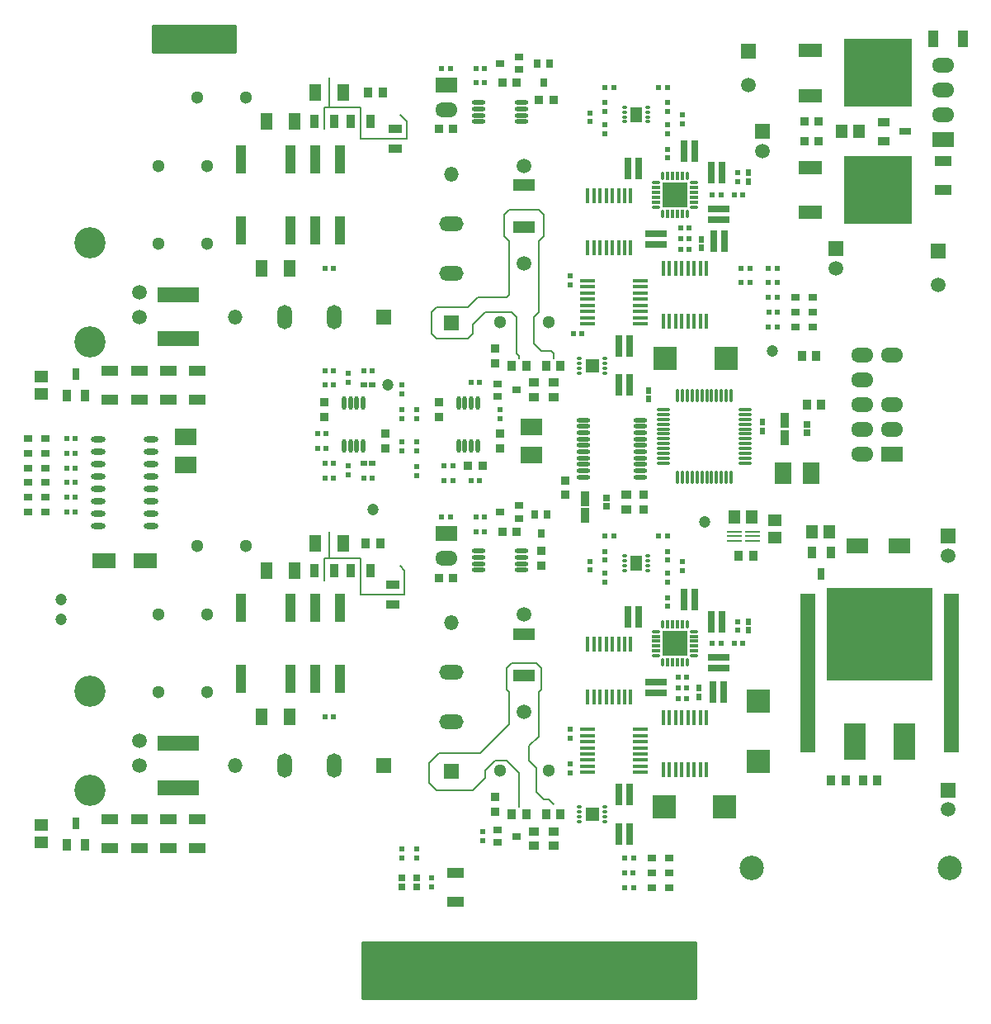
<source format=gts>
G04 #@! TF.FileFunction,Soldermask,Top*
%FSLAX46Y46*%
G04 Gerber Fmt 4.6, Leading zero omitted, Abs format (unit mm)*
G04 Created by KiCad (PCBNEW (after 2015-may-01 BZR unknown)-product) date Sat 23 May 2015 10:21:05 PM EDT*
%MOMM*%
G01*
G04 APERTURE LIST*
%ADD10C,0.100000*%
%ADD11C,0.200000*%
%ADD12O,1.500000X0.300000*%
%ADD13O,0.300000X1.500000*%
%ADD14O,0.300000X0.850000*%
%ADD15R,0.300000X0.850000*%
%ADD16O,0.850000X0.300000*%
%ADD17R,0.850000X0.300000*%
%ADD18R,2.550000X2.550000*%
%ADD19O,0.650000X0.300000*%
%ADD20R,1.450000X1.450000*%
%ADD21C,1.500000*%
%ADD22O,1.450000X0.450000*%
%ADD23R,0.600000X0.600000*%
%ADD24R,1.500000X1.500000*%
%ADD25O,1.500000X2.500000*%
%ADD26O,1.500000X1.500000*%
%ADD27R,4.200000X1.500000*%
%ADD28R,1.524000X16.256000*%
%ADD29C,1.300000*%
%ADD30R,2.286000X1.524000*%
%ADD31O,2.286000X1.524000*%
%ADD32R,1.110000X3.000000*%
%ADD33R,0.701040X4.000500*%
%ADD34R,0.701040X3.200400*%
%ADD35R,1.200000X1.600000*%
%ADD36R,1.450000X1.150000*%
%ADD37R,0.950000X0.900000*%
%ADD38R,1.200000X1.800000*%
%ADD39R,0.900000X0.950000*%
%ADD40R,2.350000X2.450000*%
%ADD41R,0.750000X2.200000*%
%ADD42R,2.200000X0.750000*%
%ADD43R,2.450000X2.350000*%
%ADD44R,1.800000X2.250000*%
%ADD45R,0.650000X0.600000*%
%ADD46R,2.250000X1.800000*%
%ADD47R,1.150000X1.450000*%
%ADD48R,0.850000X0.650000*%
%ADD49R,0.650000X0.850000*%
%ADD50R,2.300000X1.500000*%
%ADD51R,2.400000X1.550000*%
%ADD52R,1.800000X1.050000*%
%ADD53R,1.050000X1.800000*%
%ADD54C,3.200000*%
%ADD55O,2.500000X1.500000*%
%ADD56O,1.500000X0.600000*%
%ADD57R,0.850000X1.000000*%
%ADD58R,0.950000X1.450000*%
%ADD59R,1.450000X0.950000*%
%ADD60R,1.000000X0.850000*%
%ADD61R,0.900000X1.300000*%
%ADD62R,0.800000X1.300000*%
%ADD63O,1.550000X0.400000*%
%ADD64O,0.400000X1.550000*%
%ADD65O,0.450000X1.450000*%
%ADD66R,2.300000X3.800000*%
%ADD67R,10.900000X9.550000*%
%ADD68R,2.450000X1.450000*%
%ADD69R,6.950000X6.950000*%
%ADD70C,2.500000*%
%ADD71C,1.200000*%
%ADD72R,0.899160X0.800100*%
%ADD73R,0.600000X0.650000*%
%ADD74R,1.300000X0.900000*%
%ADD75R,1.300000X0.800000*%
%ADD76R,1.500000X0.280000*%
%ADD77R,0.950000X1.500000*%
%ADD78R,2.300000X1.200000*%
%ADD79R,0.700000X0.650000*%
%ADD80C,0.254000*%
G04 APERTURE END LIST*
D10*
D11*
X116000000Y-40750000D02*
X116000000Y-42000000D01*
X116500000Y-40250000D02*
X116000000Y-40750000D01*
X116500000Y-38000000D02*
X116500000Y-40250000D01*
X116000000Y-37500000D02*
X116500000Y-38000000D01*
X113000000Y-37500000D02*
X116000000Y-37500000D01*
X112500000Y-38000000D02*
X113000000Y-37500000D01*
X112500000Y-40250000D02*
X112500000Y-38000000D01*
X113000000Y-40750000D02*
X112500000Y-40250000D01*
X113000000Y-42000000D02*
X113000000Y-40750000D01*
X116000000Y-87000000D02*
X116000000Y-88250000D01*
X116250000Y-86750000D02*
X116000000Y-87000000D01*
X116250000Y-84500000D02*
X116250000Y-86750000D01*
X115750000Y-84000000D02*
X116250000Y-84500000D01*
X113250000Y-84000000D02*
X115750000Y-84000000D01*
X112750000Y-84500000D02*
X113250000Y-84000000D01*
X112750000Y-86750000D02*
X112750000Y-84500000D01*
X113000000Y-87000000D02*
X112750000Y-86750000D01*
X113000000Y-88250000D02*
X113000000Y-87000000D01*
X102250000Y-74500000D02*
X101750000Y-74000000D01*
X102250000Y-77000000D02*
X102250000Y-74500000D01*
X97750000Y-77000000D02*
X102250000Y-77000000D01*
X97750000Y-73250000D02*
X97750000Y-77000000D01*
X94500000Y-73250000D02*
X97750000Y-73250000D01*
X94000000Y-73250000D02*
X94000000Y-75500000D01*
X94500000Y-73250000D02*
X94000000Y-73250000D01*
X94500000Y-70500000D02*
X94500000Y-73250000D01*
X94000000Y-27000000D02*
X94000000Y-29250000D01*
X94500000Y-27000000D02*
X94000000Y-27000000D01*
X102500000Y-28500000D02*
X101750000Y-27750000D01*
X102500000Y-30250000D02*
X102500000Y-28500000D01*
X97750000Y-30250000D02*
X102500000Y-30250000D01*
X97750000Y-27000000D02*
X97750000Y-30250000D01*
X94500000Y-27000000D02*
X97750000Y-27000000D01*
X94500000Y-24000000D02*
X94500000Y-27000000D01*
X108750000Y-50750000D02*
X105500000Y-50750000D01*
X109250000Y-50250000D02*
X108750000Y-50750000D01*
X109250000Y-49250000D02*
X109250000Y-50250000D01*
X110500000Y-48000000D02*
X109250000Y-49250000D01*
X113250000Y-48000000D02*
X110500000Y-48000000D01*
X113750000Y-48500000D02*
X113250000Y-48000000D01*
X113750000Y-52250000D02*
X113750000Y-48500000D01*
X114000000Y-52500000D02*
X113750000Y-52250000D01*
X114000000Y-52750000D02*
X114000000Y-52500000D01*
X117500000Y-52250000D02*
X117500000Y-52750000D01*
X117250000Y-52000000D02*
X117500000Y-52250000D01*
X116250000Y-52000000D02*
X117250000Y-52000000D01*
X115500000Y-51250000D02*
X116250000Y-52000000D01*
X115500000Y-48500000D02*
X115500000Y-51250000D01*
X116000000Y-48000000D02*
X115500000Y-48500000D01*
X116000000Y-42000000D02*
X116000000Y-48000000D01*
X113000000Y-46250000D02*
X113000000Y-42000000D01*
X112750000Y-46500000D02*
X113000000Y-46250000D01*
X109750000Y-46500000D02*
X112750000Y-46500000D01*
X108750000Y-47500000D02*
X109750000Y-46500000D01*
X105500000Y-47500000D02*
X108750000Y-47500000D01*
X105000000Y-48000000D02*
X105500000Y-47500000D01*
X105000000Y-50250000D02*
X105000000Y-48000000D01*
X105500000Y-50750000D02*
X105000000Y-50250000D01*
X114000000Y-95250000D02*
X114000000Y-98750000D01*
X112750000Y-94000000D02*
X114000000Y-95250000D01*
X111500000Y-94000000D02*
X112750000Y-94000000D01*
X110500000Y-95000000D02*
X111500000Y-94000000D01*
X110500000Y-95750000D02*
X110500000Y-95000000D01*
X109250000Y-97000000D02*
X110500000Y-95750000D01*
X105500000Y-97000000D02*
X109250000Y-97000000D01*
X117000000Y-98000000D02*
X117500000Y-98500000D01*
X116500000Y-98000000D02*
X117000000Y-98000000D01*
X115750000Y-97250000D02*
X116500000Y-98000000D01*
X115750000Y-94750000D02*
X115750000Y-97250000D01*
X115000000Y-94000000D02*
X115750000Y-94750000D01*
X115000000Y-92500000D02*
X115000000Y-94000000D01*
X116000000Y-91500000D02*
X115000000Y-92500000D01*
X116000000Y-88250000D02*
X116000000Y-91500000D01*
X113000000Y-90250000D02*
X113000000Y-88250000D01*
X110000000Y-93250000D02*
X113000000Y-90250000D01*
X105750000Y-93250000D02*
X110000000Y-93250000D01*
X104750000Y-94250000D02*
X105750000Y-93250000D01*
X104750000Y-96250000D02*
X104750000Y-94250000D01*
X105500000Y-97000000D02*
X104750000Y-96250000D01*
D12*
X137200000Y-63500000D03*
X137200000Y-63000000D03*
X137200000Y-62500000D03*
X137200000Y-62000000D03*
X137200000Y-61500000D03*
X137200000Y-61000000D03*
X137200000Y-60500000D03*
X137200000Y-60000000D03*
X137200000Y-59500000D03*
X137200000Y-59000000D03*
X137200000Y-58500000D03*
X137200000Y-58000000D03*
D13*
X135750000Y-56550000D03*
X135250000Y-56550000D03*
X134750000Y-56550000D03*
X134250000Y-56550000D03*
X133750000Y-56550000D03*
X133250000Y-56550000D03*
X132750000Y-56550000D03*
X132250000Y-56550000D03*
X131750000Y-56550000D03*
X131250000Y-56550000D03*
X130750000Y-56550000D03*
X130250000Y-56550000D03*
D12*
X128800000Y-58000000D03*
X128800000Y-58500000D03*
X128800000Y-59000000D03*
X128800000Y-59500000D03*
X128800000Y-60000000D03*
X128800000Y-60500000D03*
X128800000Y-61000000D03*
X128800000Y-61500000D03*
X128800000Y-62000000D03*
X128800000Y-62500000D03*
X128800000Y-63000000D03*
X128800000Y-63500000D03*
D13*
X130250000Y-64950000D03*
X130750000Y-64950000D03*
X131250000Y-64950000D03*
X131750000Y-64950000D03*
X132250000Y-64950000D03*
X132750000Y-64950000D03*
X133250000Y-64950000D03*
X133750000Y-64950000D03*
X134250000Y-64950000D03*
X134750000Y-64950000D03*
X135250000Y-64950000D03*
X135750000Y-64950000D03*
D14*
X131250000Y-34050000D03*
D15*
X130750000Y-34050000D03*
X130250000Y-34050000D03*
X129750000Y-34050000D03*
X129250000Y-34050000D03*
D14*
X128750000Y-34050000D03*
D16*
X128050000Y-34750000D03*
D17*
X128050000Y-35250000D03*
X128050000Y-35750000D03*
X128050000Y-36250000D03*
X128050000Y-36750000D03*
D16*
X128050000Y-37250000D03*
D14*
X128750000Y-37950000D03*
D15*
X129250000Y-37950000D03*
X129750000Y-37950000D03*
X130250000Y-37950000D03*
X130750000Y-37950000D03*
D14*
X131250000Y-37950000D03*
D16*
X131950000Y-37250000D03*
D17*
X131950000Y-36750000D03*
X131950000Y-36250000D03*
X131950000Y-35750000D03*
X131950000Y-35250000D03*
D16*
X131950000Y-34750000D03*
D18*
X130000000Y-36000000D03*
D19*
X120195000Y-52750000D03*
X120195000Y-53250000D03*
X120195000Y-53750000D03*
X120195000Y-54250000D03*
X122805000Y-54250000D03*
X122805000Y-53750000D03*
X122805000Y-53250000D03*
X122805000Y-52750000D03*
D20*
X121500000Y-53500000D03*
D14*
X131250000Y-80050000D03*
D15*
X130750000Y-80050000D03*
X130250000Y-80050000D03*
X129750000Y-80050000D03*
X129250000Y-80050000D03*
D14*
X128750000Y-80050000D03*
D16*
X128050000Y-80750000D03*
D17*
X128050000Y-81250000D03*
X128050000Y-81750000D03*
X128050000Y-82250000D03*
X128050000Y-82750000D03*
D16*
X128050000Y-83250000D03*
D14*
X128750000Y-83950000D03*
D15*
X129250000Y-83950000D03*
X129750000Y-83950000D03*
X130250000Y-83950000D03*
X130750000Y-83950000D03*
D14*
X131250000Y-83950000D03*
D16*
X131950000Y-83250000D03*
D17*
X131950000Y-82750000D03*
X131950000Y-82250000D03*
X131950000Y-81750000D03*
X131950000Y-81250000D03*
D16*
X131950000Y-80750000D03*
D18*
X130000000Y-82000000D03*
D19*
X120195000Y-98750000D03*
X120195000Y-99250000D03*
X120195000Y-99750000D03*
X120195000Y-100250000D03*
X122805000Y-100250000D03*
X122805000Y-99750000D03*
X122805000Y-99250000D03*
X122805000Y-98750000D03*
D20*
X121500000Y-99500000D03*
D21*
X114500000Y-89000000D03*
X114500000Y-79000000D03*
D22*
X114200000Y-74475000D03*
X114200000Y-73825000D03*
X114200000Y-73175000D03*
X114200000Y-72525000D03*
X109800000Y-72525000D03*
X109800000Y-73175000D03*
X109800000Y-73825000D03*
X109800000Y-74475000D03*
D23*
X109550000Y-23000000D03*
X110450000Y-23000000D03*
D22*
X120550000Y-59075000D03*
X120550000Y-59725000D03*
X120550000Y-60375000D03*
X120550000Y-61025000D03*
X120550000Y-61675000D03*
X120550000Y-62325000D03*
X120550000Y-62975000D03*
X120550000Y-63625000D03*
X120550000Y-64275000D03*
X120550000Y-64925000D03*
X126450000Y-64925000D03*
X126450000Y-64275000D03*
X126450000Y-63625000D03*
X126450000Y-62975000D03*
X126450000Y-62325000D03*
X126450000Y-61675000D03*
X126450000Y-61025000D03*
X126450000Y-60375000D03*
X126450000Y-59725000D03*
X126450000Y-59075000D03*
D24*
X100120000Y-94500000D03*
D25*
X95040000Y-94500000D03*
X89960000Y-94500000D03*
D26*
X84880000Y-94500000D03*
D27*
X79000000Y-46250000D03*
X79000000Y-50750000D03*
D28*
X143634000Y-85000000D03*
X158366000Y-85000000D03*
D29*
X86000000Y-26000000D03*
X81000000Y-26000000D03*
D30*
X152274000Y-62580000D03*
D31*
X152274000Y-60040000D03*
X152274000Y-57500000D03*
X152274000Y-52420000D03*
X149226000Y-62580000D03*
X149226000Y-60040000D03*
X149226000Y-57500000D03*
X149226000Y-54960000D03*
X149226000Y-52420000D03*
D21*
X114500000Y-43000000D03*
X114500000Y-33000000D03*
D32*
X90500000Y-78355000D03*
X93040000Y-78355000D03*
X95580000Y-78355000D03*
X90500000Y-85645000D03*
X93040000Y-85645000D03*
X95580000Y-85645000D03*
X85420000Y-78355000D03*
X85420000Y-85645000D03*
D33*
X111501140Y-114599440D03*
X112499360Y-114599440D03*
X113500120Y-114599440D03*
X114500880Y-114599440D03*
X115499100Y-114599440D03*
X116499860Y-114599440D03*
X117500620Y-114599440D03*
X111501140Y-114599440D03*
X112499360Y-114599440D03*
X113500120Y-114599440D03*
X114500880Y-114599440D03*
X115499100Y-114599440D03*
X116499860Y-114599440D03*
X117500620Y-114599440D03*
X108498860Y-114599440D03*
D34*
X98498880Y-114200660D03*
D33*
X99499640Y-114599440D03*
X100500400Y-114599440D03*
X101501160Y-114599440D03*
X102499380Y-114599440D03*
X103500140Y-114599440D03*
X104500900Y-114599440D03*
X105499120Y-114599440D03*
X106499880Y-114599440D03*
X107500640Y-114599440D03*
X98498880Y-114599440D03*
X99499640Y-114599440D03*
X100500400Y-114599440D03*
X101501160Y-114599440D03*
X102499380Y-114599440D03*
X103500140Y-114599440D03*
X104500900Y-114599440D03*
X105499120Y-114599440D03*
X106499880Y-114599440D03*
X107500640Y-114599440D03*
X108498860Y-114599440D03*
X118498840Y-114599440D03*
X119499600Y-114599440D03*
X120500360Y-114599440D03*
X121501120Y-114599440D03*
X122499340Y-114599440D03*
X123500100Y-114599440D03*
X124500860Y-114599440D03*
X125499080Y-114599440D03*
X126499840Y-114599440D03*
X127500600Y-114599440D03*
X128498820Y-114599440D03*
X129499580Y-114599440D03*
X130500340Y-114599440D03*
X131501100Y-114599440D03*
X118498840Y-114599440D03*
X119499600Y-114599440D03*
X120500360Y-114599440D03*
X121501120Y-114599440D03*
X122499340Y-114599440D03*
X123500100Y-114599440D03*
X124500860Y-114599440D03*
X125499080Y-114599440D03*
X126499840Y-114599440D03*
X127500600Y-114599440D03*
X128498820Y-114599440D03*
X129499580Y-114599440D03*
D34*
X130500340Y-114200660D03*
D33*
X131501100Y-114599440D03*
D29*
X82000000Y-87000000D03*
X77000000Y-87000000D03*
X86000000Y-72000000D03*
X81000000Y-72000000D03*
X82000000Y-79000000D03*
X77000000Y-79000000D03*
X117000000Y-95000000D03*
X112000000Y-95000000D03*
X117000000Y-49000000D03*
X112000000Y-49000000D03*
X82000000Y-33000000D03*
X77000000Y-33000000D03*
X82000000Y-41000000D03*
X77000000Y-41000000D03*
D19*
X127200000Y-28500000D03*
X127200000Y-28000000D03*
X127200000Y-27500000D03*
X127200000Y-27000000D03*
X124800000Y-27000000D03*
X124800000Y-27500000D03*
X124800000Y-28000000D03*
X124800000Y-28500000D03*
D35*
X126000000Y-27750000D03*
D36*
X65000000Y-102400000D03*
X65000000Y-100600000D03*
D37*
X111500000Y-97750000D03*
X111500000Y-99250000D03*
D38*
X95950000Y-71750000D03*
X93050000Y-71750000D03*
X90950000Y-74500000D03*
X88050000Y-74500000D03*
X90450000Y-89500000D03*
X87550000Y-89500000D03*
D39*
X112250000Y-70500000D03*
X113750000Y-70500000D03*
D40*
X128900000Y-98750000D03*
X135100000Y-98750000D03*
D41*
X124200000Y-97500000D03*
X125300000Y-97500000D03*
X130950000Y-77500000D03*
X132050000Y-77500000D03*
X133850000Y-87000000D03*
X134950000Y-87000000D03*
D42*
X134500000Y-83450000D03*
X134500000Y-84550000D03*
D43*
X138500000Y-94100000D03*
X138500000Y-87900000D03*
D41*
X125300000Y-101500000D03*
X124200000Y-101500000D03*
X134800000Y-79750000D03*
X133700000Y-79750000D03*
D42*
X128000000Y-87050000D03*
X128000000Y-85950000D03*
D41*
X125200000Y-79250000D03*
X126300000Y-79250000D03*
D39*
X107250000Y-75250000D03*
X105750000Y-75250000D03*
D37*
X116250000Y-74000000D03*
X116250000Y-72500000D03*
D44*
X141050000Y-64500000D03*
X143950000Y-64500000D03*
D37*
X118750000Y-66750000D03*
X118750000Y-65250000D03*
D45*
X98950000Y-55500000D03*
X98050000Y-55500000D03*
X98950000Y-63500000D03*
X98050000Y-63500000D03*
D39*
X110250000Y-63750000D03*
X108750000Y-63750000D03*
D46*
X115250000Y-62700000D03*
X115250000Y-59800000D03*
D37*
X112000000Y-62000000D03*
X112000000Y-60500000D03*
X100250000Y-62000000D03*
X100250000Y-60500000D03*
D46*
X79750000Y-63700000D03*
X79750000Y-60800000D03*
D37*
X105750000Y-58750000D03*
X105750000Y-57250000D03*
X94000000Y-58750000D03*
X94000000Y-57250000D03*
D24*
X158000000Y-97000000D03*
D21*
X158000000Y-99000000D03*
D24*
X158000000Y-71000000D03*
D21*
X158000000Y-73000000D03*
D39*
X143250000Y-30500000D03*
X144750000Y-30500000D03*
D24*
X146500000Y-41500000D03*
D21*
X146500000Y-43500000D03*
D36*
X140250000Y-71150000D03*
X140250000Y-69350000D03*
D47*
X136100000Y-69000000D03*
X137900000Y-69000000D03*
D39*
X144750000Y-28500000D03*
X143250000Y-28500000D03*
D24*
X139000000Y-29500000D03*
D21*
X139000000Y-31500000D03*
D36*
X65000000Y-56400000D03*
X65000000Y-54600000D03*
D37*
X111500000Y-51750000D03*
X111500000Y-53250000D03*
D38*
X95950000Y-25500000D03*
X93050000Y-25500000D03*
X90950000Y-28500000D03*
X88050000Y-28500000D03*
X90450000Y-43500000D03*
X87550000Y-43500000D03*
D39*
X112250000Y-24500000D03*
X113750000Y-24500000D03*
D40*
X129000000Y-52750000D03*
X135200000Y-52750000D03*
D41*
X124200000Y-51500000D03*
X125300000Y-51500000D03*
X130950000Y-31500000D03*
X132050000Y-31500000D03*
X133950000Y-40750000D03*
X135050000Y-40750000D03*
D42*
X134500000Y-37450000D03*
X134500000Y-38550000D03*
D41*
X125300000Y-55500000D03*
X124200000Y-55500000D03*
X134800000Y-33750000D03*
X133700000Y-33750000D03*
D42*
X128000000Y-41050000D03*
X128000000Y-39950000D03*
D41*
X125200000Y-33250000D03*
X126300000Y-33250000D03*
D39*
X107250000Y-29250000D03*
X105750000Y-29250000D03*
X117500000Y-26250000D03*
X116000000Y-26250000D03*
D48*
X111800000Y-101100000D03*
X111800000Y-102400000D03*
X113700000Y-101750000D03*
X113950000Y-69150000D03*
X113950000Y-67850000D03*
X112050000Y-68500000D03*
D49*
X116900000Y-68800000D03*
X115600000Y-68800000D03*
X116250000Y-70700000D03*
D50*
X148700000Y-72000000D03*
X153000000Y-72000000D03*
D48*
X111800000Y-55350000D03*
X111800000Y-56650000D03*
X113700000Y-56000000D03*
X113950000Y-23150000D03*
X113950000Y-21850000D03*
X112050000Y-22500000D03*
D49*
X117150000Y-22550000D03*
X115850000Y-22550000D03*
X116500000Y-24450000D03*
D51*
X75600000Y-73500000D03*
X71400000Y-73500000D03*
D52*
X107500000Y-105500000D03*
X107500000Y-108500000D03*
X157500000Y-32500000D03*
X157500000Y-35500000D03*
D53*
X159500000Y-20000000D03*
X156500000Y-20000000D03*
D27*
X79000000Y-92250000D03*
X79000000Y-96750000D03*
D30*
X106500000Y-24730000D03*
D31*
X106500000Y-27270000D03*
D21*
X75000000Y-46000000D03*
X75000000Y-48540000D03*
D54*
X69920000Y-40920000D03*
X69920000Y-51080000D03*
D30*
X106500000Y-70730000D03*
D31*
X106500000Y-73270000D03*
D21*
X75000000Y-92000000D03*
X75000000Y-94540000D03*
D54*
X69920000Y-86920000D03*
X69920000Y-97080000D03*
D30*
X157500000Y-30310000D03*
D31*
X157500000Y-27770000D03*
X157500000Y-25230000D03*
X157500000Y-22690000D03*
D24*
X107000000Y-95120000D03*
D55*
X107000000Y-90040000D03*
X107000000Y-84960000D03*
D26*
X107000000Y-79880000D03*
D24*
X107000000Y-49120000D03*
D55*
X107000000Y-44040000D03*
X107000000Y-38960000D03*
D26*
X107000000Y-33880000D03*
D32*
X90500000Y-32355000D03*
X93040000Y-32355000D03*
X95580000Y-32355000D03*
X90500000Y-39645000D03*
X93040000Y-39645000D03*
X95580000Y-39645000D03*
X85420000Y-32355000D03*
X85420000Y-39645000D03*
D24*
X100120000Y-48500000D03*
D25*
X95040000Y-48500000D03*
X89960000Y-48500000D03*
D26*
X84880000Y-48500000D03*
D56*
X70800000Y-61055000D03*
X70800000Y-62325000D03*
X70800000Y-63595000D03*
X70800000Y-64865000D03*
X70800000Y-66135000D03*
X70800000Y-67405000D03*
X70800000Y-68675000D03*
X70800000Y-69945000D03*
X76200000Y-69945000D03*
X76200000Y-68675000D03*
X76200000Y-67405000D03*
X76200000Y-66135000D03*
X76200000Y-64865000D03*
X76200000Y-63595000D03*
X76200000Y-62325000D03*
X76200000Y-61055000D03*
D57*
X113250000Y-99500000D03*
X114750000Y-99500000D03*
X99750000Y-71750000D03*
X98250000Y-71750000D03*
X118250000Y-99500000D03*
X116750000Y-99500000D03*
D23*
X94050000Y-89500000D03*
X94950000Y-89500000D03*
D58*
X95000000Y-74500000D03*
X93000000Y-74500000D03*
X98750000Y-74500000D03*
X96750000Y-74500000D03*
D59*
X101000000Y-78000000D03*
X101000000Y-76000000D03*
D60*
X115500000Y-101250000D03*
X115500000Y-102750000D03*
X117500000Y-101250000D03*
X117500000Y-102750000D03*
D52*
X81000000Y-103000000D03*
X81000000Y-100000000D03*
X78000000Y-103000000D03*
X78000000Y-100000000D03*
X75000000Y-103000000D03*
X75000000Y-100000000D03*
X72000000Y-103000000D03*
X72000000Y-100000000D03*
D23*
X110250000Y-102200000D03*
X110250000Y-101300000D03*
X129250000Y-74800000D03*
X129250000Y-75700000D03*
X129250000Y-72550000D03*
X129250000Y-73450000D03*
X119250000Y-95250000D03*
X119250000Y-94350000D03*
X129250000Y-77300000D03*
X129250000Y-78200000D03*
X130300000Y-86500000D03*
X131200000Y-86500000D03*
X131200000Y-85400000D03*
X130300000Y-85400000D03*
X119250000Y-91700000D03*
X119250000Y-90800000D03*
X136050000Y-82000000D03*
X136950000Y-82000000D03*
X134700000Y-82000000D03*
X133800000Y-82000000D03*
X122750000Y-74800000D03*
X122750000Y-75700000D03*
X122750000Y-72550000D03*
X122750000Y-73450000D03*
X106050000Y-69000000D03*
X106950000Y-69000000D03*
X110450000Y-70500000D03*
X109550000Y-70500000D03*
X109550000Y-69000000D03*
X110450000Y-69000000D03*
D60*
X125000000Y-66750000D03*
X125000000Y-68250000D03*
D57*
X144500000Y-52500000D03*
X143000000Y-52500000D03*
X145000000Y-57500000D03*
X143500000Y-57500000D03*
D23*
X94950000Y-54000000D03*
X94050000Y-54000000D03*
X98950000Y-54000000D03*
X98050000Y-54000000D03*
X94950000Y-65000000D03*
X94050000Y-65000000D03*
X98950000Y-65000000D03*
X98050000Y-65000000D03*
X94950000Y-55500000D03*
X94050000Y-55500000D03*
X96500000Y-54300000D03*
X96500000Y-55200000D03*
X94950000Y-63500000D03*
X94050000Y-63500000D03*
X96500000Y-64700000D03*
X96500000Y-63800000D03*
X93300000Y-60500000D03*
X94200000Y-60500000D03*
X93300000Y-62000000D03*
X94200000Y-62000000D03*
X109050000Y-55250000D03*
X109950000Y-55250000D03*
X109050000Y-65250000D03*
X109950000Y-65250000D03*
X106300000Y-63750000D03*
X107200000Y-63750000D03*
X106300000Y-65250000D03*
X107200000Y-65250000D03*
D57*
X150750000Y-96000000D03*
X149250000Y-96000000D03*
X147500000Y-96000000D03*
X146000000Y-96000000D03*
X113250000Y-53500000D03*
X114750000Y-53500000D03*
X100000000Y-25500000D03*
X98500000Y-25500000D03*
X118250000Y-53500000D03*
X116750000Y-53500000D03*
D23*
X94050000Y-43500000D03*
X94950000Y-43500000D03*
D58*
X95000000Y-28500000D03*
X93000000Y-28500000D03*
X98750000Y-28500000D03*
X96750000Y-28500000D03*
D59*
X101250000Y-31250000D03*
X101250000Y-29250000D03*
D60*
X115500000Y-55250000D03*
X115500000Y-56750000D03*
X117500000Y-55250000D03*
X117500000Y-56750000D03*
D52*
X78000000Y-57000000D03*
X78000000Y-54000000D03*
X75000000Y-57000000D03*
X75000000Y-54000000D03*
X72000000Y-57000000D03*
X72000000Y-54000000D03*
X81000000Y-57000000D03*
X81000000Y-54000000D03*
D23*
X112000000Y-58050000D03*
X112000000Y-58950000D03*
X129250000Y-28800000D03*
X129250000Y-29700000D03*
X129250000Y-26550000D03*
X129250000Y-27450000D03*
X120450000Y-50250000D03*
X119550000Y-50250000D03*
X129250000Y-31300000D03*
X129250000Y-32200000D03*
X130550000Y-40500000D03*
X131450000Y-40500000D03*
X131450000Y-39400000D03*
X130550000Y-39400000D03*
X119250000Y-45200000D03*
X119250000Y-44300000D03*
X136050000Y-36000000D03*
X136950000Y-36000000D03*
X134700000Y-36000000D03*
X133800000Y-36000000D03*
X122750000Y-28800000D03*
X122750000Y-29700000D03*
X122750000Y-26550000D03*
X122750000Y-27450000D03*
X106050000Y-23000000D03*
X106950000Y-23000000D03*
X110450000Y-24500000D03*
X109550000Y-24500000D03*
D61*
X67550000Y-102600000D03*
X69450000Y-102600000D03*
D62*
X68500000Y-100400000D03*
D63*
X121050000Y-90795000D03*
X121050000Y-91425000D03*
X121050000Y-92055000D03*
X121050000Y-92685000D03*
X121050000Y-93315000D03*
X121050000Y-93945000D03*
X121050000Y-94575000D03*
X121050000Y-95205000D03*
X126450000Y-95205000D03*
X126450000Y-94575000D03*
X126450000Y-93945000D03*
X126450000Y-93315000D03*
X126450000Y-92685000D03*
X126450000Y-92055000D03*
X126450000Y-91425000D03*
X126450000Y-90795000D03*
D64*
X128795000Y-94950000D03*
X129425000Y-94950000D03*
X130055000Y-94950000D03*
X130685000Y-94950000D03*
X131315000Y-94950000D03*
X131945000Y-94950000D03*
X132575000Y-94950000D03*
X133205000Y-94950000D03*
X133205000Y-89550000D03*
X132575000Y-89550000D03*
X131945000Y-89550000D03*
X131315000Y-89550000D03*
X130685000Y-89550000D03*
X130055000Y-89550000D03*
X129425000Y-89550000D03*
X128795000Y-89550000D03*
X121045000Y-87450000D03*
X121675000Y-87450000D03*
X122305000Y-87450000D03*
X122935000Y-87450000D03*
X123565000Y-87450000D03*
X124195000Y-87450000D03*
X124825000Y-87450000D03*
X125455000Y-87450000D03*
X125455000Y-82050000D03*
X124825000Y-82050000D03*
X124195000Y-82050000D03*
X123565000Y-82050000D03*
X122935000Y-82050000D03*
X122305000Y-82050000D03*
X121675000Y-82050000D03*
X121045000Y-82050000D03*
D19*
X127200000Y-74500000D03*
X127200000Y-74000000D03*
X127200000Y-73500000D03*
X127200000Y-73000000D03*
X124800000Y-73000000D03*
X124800000Y-73500000D03*
X124800000Y-74000000D03*
X124800000Y-74500000D03*
D35*
X126000000Y-73750000D03*
D65*
X109725000Y-57300000D03*
X109075000Y-57300000D03*
X108425000Y-57300000D03*
X107775000Y-57300000D03*
X107775000Y-61700000D03*
X108425000Y-61700000D03*
X109075000Y-61700000D03*
X109725000Y-61700000D03*
X97975000Y-57300000D03*
X97325000Y-57300000D03*
X96675000Y-57300000D03*
X96025000Y-57300000D03*
X96025000Y-61700000D03*
X96675000Y-61700000D03*
X97325000Y-61700000D03*
X97975000Y-61700000D03*
D22*
X114200000Y-28475000D03*
X114200000Y-27825000D03*
X114200000Y-27175000D03*
X114200000Y-26525000D03*
X109800000Y-26525000D03*
X109800000Y-27175000D03*
X109800000Y-27825000D03*
X109800000Y-28475000D03*
D66*
X148460000Y-92050000D03*
X153540000Y-92050000D03*
D67*
X151000000Y-81000000D03*
D68*
X143900000Y-33200000D03*
X143900000Y-37800000D03*
D69*
X150800000Y-35500000D03*
D68*
X143900000Y-21200000D03*
X143900000Y-25800000D03*
D69*
X150800000Y-23500000D03*
D61*
X67550000Y-56600000D03*
X69450000Y-56600000D03*
D62*
X68500000Y-54400000D03*
D63*
X121050000Y-44795000D03*
X121050000Y-45425000D03*
X121050000Y-46055000D03*
X121050000Y-46685000D03*
X121050000Y-47315000D03*
X121050000Y-47945000D03*
X121050000Y-48575000D03*
X121050000Y-49205000D03*
X126450000Y-49205000D03*
X126450000Y-48575000D03*
X126450000Y-47945000D03*
X126450000Y-47315000D03*
X126450000Y-46685000D03*
X126450000Y-46055000D03*
X126450000Y-45425000D03*
X126450000Y-44795000D03*
D64*
X128795000Y-48950000D03*
X129425000Y-48950000D03*
X130055000Y-48950000D03*
X130685000Y-48950000D03*
X131315000Y-48950000D03*
X131945000Y-48950000D03*
X132575000Y-48950000D03*
X133205000Y-48950000D03*
X133205000Y-43550000D03*
X132575000Y-43550000D03*
X131945000Y-43550000D03*
X131315000Y-43550000D03*
X130685000Y-43550000D03*
X130055000Y-43550000D03*
X129425000Y-43550000D03*
X128795000Y-43550000D03*
X121045000Y-41450000D03*
X121675000Y-41450000D03*
X122305000Y-41450000D03*
X122935000Y-41450000D03*
X123565000Y-41450000D03*
X124195000Y-41450000D03*
X124825000Y-41450000D03*
X125455000Y-41450000D03*
X125455000Y-36050000D03*
X124825000Y-36050000D03*
X124195000Y-36050000D03*
X123565000Y-36050000D03*
X122935000Y-36050000D03*
X122305000Y-36050000D03*
X121675000Y-36050000D03*
X121045000Y-36050000D03*
D37*
X126750000Y-68250000D03*
X126750000Y-66750000D03*
D23*
X128300000Y-25000000D03*
X129200000Y-25000000D03*
X123700000Y-25000000D03*
X122800000Y-25000000D03*
X128300000Y-71000000D03*
X129200000Y-71000000D03*
X123700000Y-71000000D03*
X122800000Y-71000000D03*
D70*
X158160000Y-105000000D03*
X137840000Y-105000000D03*
D71*
X140000000Y-52000000D03*
X100500000Y-55500000D03*
X99000000Y-68250000D03*
D72*
X63600840Y-61000000D03*
X65399160Y-61000000D03*
X63600840Y-62500000D03*
X65399160Y-62500000D03*
X63600840Y-64000000D03*
X65399160Y-64000000D03*
X63600840Y-65500000D03*
X65399160Y-65500000D03*
X63600840Y-67000000D03*
X65399160Y-67000000D03*
X63600840Y-68500000D03*
X65399160Y-68500000D03*
D23*
X68450000Y-61000000D03*
X67550000Y-61000000D03*
X68450000Y-62500000D03*
X67550000Y-62500000D03*
X68450000Y-64000000D03*
X67550000Y-64000000D03*
X68450000Y-65500000D03*
X67550000Y-65500000D03*
X68450000Y-67000000D03*
X67550000Y-67000000D03*
X68450000Y-68500000D03*
X67550000Y-68500000D03*
D72*
X144149160Y-48000000D03*
X142350840Y-48000000D03*
X144149160Y-46500000D03*
X142350840Y-46500000D03*
X144149160Y-49500000D03*
X142350840Y-49500000D03*
X129399160Y-104000000D03*
X127600840Y-104000000D03*
X129399160Y-107000000D03*
X127600840Y-107000000D03*
X129399160Y-105500000D03*
X127600840Y-105500000D03*
D23*
X139600000Y-48000000D03*
X140500000Y-48000000D03*
X139550000Y-46500000D03*
X140450000Y-46500000D03*
X139550000Y-49500000D03*
X140450000Y-49500000D03*
X124850000Y-104000000D03*
X125750000Y-104000000D03*
X124850000Y-107000000D03*
X125750000Y-107000000D03*
X124800000Y-105500000D03*
X125700000Y-105500000D03*
D73*
X132400000Y-87450000D03*
X132400000Y-86550000D03*
X132700000Y-41450000D03*
X132700000Y-40550000D03*
D23*
X130300000Y-87600000D03*
X131200000Y-87600000D03*
X130550000Y-41600000D03*
X131450000Y-41600000D03*
D73*
X137500000Y-79750000D03*
X137500000Y-80650000D03*
X137500000Y-33750000D03*
X137500000Y-34650000D03*
D23*
X136400000Y-80650000D03*
X136400000Y-79750000D03*
X136400000Y-34650000D03*
X136400000Y-33750000D03*
D47*
X145800000Y-70500000D03*
X144000000Y-70500000D03*
X148900000Y-29500000D03*
X147100000Y-29500000D03*
D23*
X140450000Y-43500000D03*
X139550000Y-43500000D03*
X140450000Y-45000000D03*
X139550000Y-45000000D03*
X137700000Y-43500000D03*
X136800000Y-43500000D03*
X137700000Y-45000000D03*
X136800000Y-45000000D03*
D61*
X145950000Y-72650000D03*
X144050000Y-72650000D03*
D62*
X145000000Y-74850000D03*
D74*
X151400000Y-28550000D03*
X151400000Y-30450000D03*
D75*
X153600000Y-29500000D03*
D24*
X157000000Y-41749940D03*
D21*
X157000000Y-45250060D03*
D24*
X137500000Y-21249940D03*
D21*
X137500000Y-24750060D03*
D57*
X138000000Y-73000000D03*
X136500000Y-73000000D03*
D76*
X137925000Y-71500000D03*
X137925000Y-71000000D03*
X137925000Y-70500000D03*
X136075000Y-70500000D03*
X136075000Y-71000000D03*
X136075000Y-71500000D03*
D77*
X120750000Y-67150000D03*
X120750000Y-68850000D03*
X141250000Y-59150000D03*
X141250000Y-60850000D03*
D78*
X114500000Y-39300000D03*
X114500000Y-35000000D03*
X114500000Y-85300000D03*
X114500000Y-81000000D03*
D71*
X67000000Y-77500000D03*
X67000000Y-79500000D03*
X133000000Y-69500000D03*
D79*
X143500000Y-60400000D03*
X143500000Y-59500000D03*
X123000000Y-67950000D03*
X123000000Y-67050000D03*
D73*
X127250000Y-56950000D03*
X127250000Y-56050000D03*
X139000000Y-59300000D03*
X139000000Y-60200000D03*
D79*
X103500000Y-106950000D03*
X103500000Y-106050000D03*
X102000000Y-106950000D03*
X102000000Y-106050000D03*
D23*
X105000000Y-106050000D03*
X105000000Y-106950000D03*
X102000000Y-103050000D03*
X102000000Y-103950000D03*
X103500000Y-103050000D03*
X103500000Y-103950000D03*
X130750000Y-27800000D03*
X130750000Y-28700000D03*
X121250000Y-27600000D03*
X121250000Y-28500000D03*
X130750000Y-73600000D03*
X130750000Y-74500000D03*
X121250000Y-73550000D03*
X121250000Y-74450000D03*
X103500000Y-58050000D03*
X103500000Y-58950000D03*
X103500000Y-62200000D03*
X103500000Y-61300000D03*
X102000000Y-58950000D03*
X102000000Y-58050000D03*
X102000000Y-55500000D03*
X102000000Y-56400000D03*
X103500000Y-64750000D03*
X103500000Y-63850000D03*
X102000000Y-61300000D03*
X102000000Y-62200000D03*
D80*
G36*
X132123000Y-118373000D02*
X97877000Y-118373000D01*
X97877000Y-112627000D01*
X132123000Y-112627000D01*
X132123000Y-118373000D01*
X132123000Y-118373000D01*
G37*
X132123000Y-118373000D02*
X97877000Y-118373000D01*
X97877000Y-112627000D01*
X132123000Y-112627000D01*
X132123000Y-118373000D01*
G36*
X84873000Y-21373000D02*
X76377000Y-21373000D01*
X76377000Y-18627000D01*
X84873000Y-18627000D01*
X84873000Y-21373000D01*
X84873000Y-21373000D01*
G37*
X84873000Y-21373000D02*
X76377000Y-21373000D01*
X76377000Y-18627000D01*
X84873000Y-18627000D01*
X84873000Y-21373000D01*
M02*

</source>
